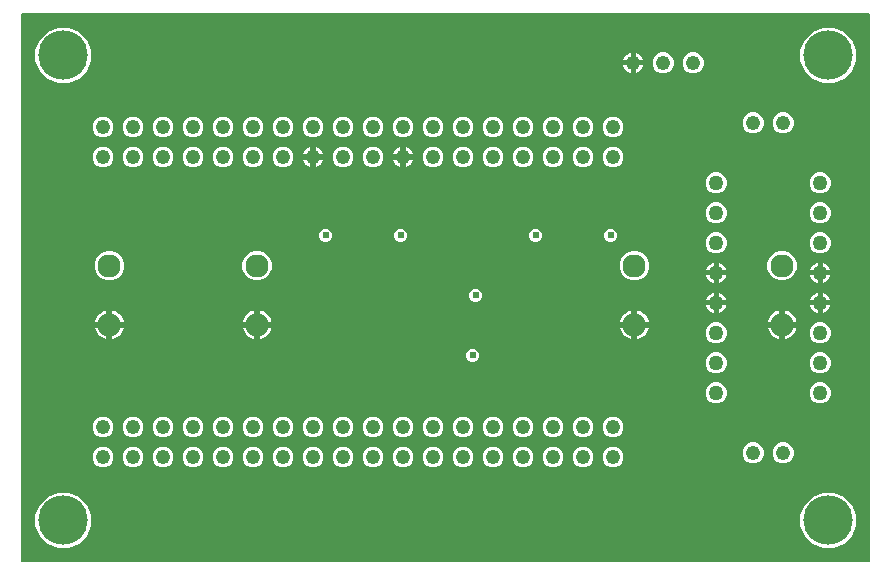
<source format=gbr>
G04 EAGLE Gerber RS-274X export*
G75*
%MOMM*%
%FSLAX34Y34*%
%LPD*%
%INCopper Layer 2*%
%IPPOS*%
%AMOC8*
5,1,8,0,0,1.08239X$1,22.5*%
G01*
%ADD10C,1.244600*%
%ADD11C,1.960000*%
%ADD12C,4.191000*%
%ADD13C,1.260000*%
%ADD14C,0.609600*%

G36*
X720208Y2556D02*
X720208Y2556D01*
X720327Y2563D01*
X720365Y2576D01*
X720406Y2581D01*
X720516Y2624D01*
X720629Y2661D01*
X720664Y2683D01*
X720701Y2698D01*
X720797Y2767D01*
X720898Y2831D01*
X720926Y2861D01*
X720959Y2884D01*
X721035Y2976D01*
X721116Y3063D01*
X721136Y3098D01*
X721161Y3129D01*
X721212Y3237D01*
X721270Y3341D01*
X721280Y3381D01*
X721297Y3417D01*
X721319Y3534D01*
X721349Y3649D01*
X721353Y3709D01*
X721357Y3729D01*
X721355Y3750D01*
X721359Y3810D01*
X721359Y466090D01*
X721344Y466208D01*
X721337Y466327D01*
X721324Y466365D01*
X721319Y466406D01*
X721276Y466516D01*
X721239Y466629D01*
X721217Y466664D01*
X721202Y466701D01*
X721133Y466797D01*
X721069Y466898D01*
X721039Y466926D01*
X721016Y466959D01*
X720924Y467035D01*
X720837Y467116D01*
X720802Y467136D01*
X720771Y467161D01*
X720663Y467212D01*
X720559Y467270D01*
X720519Y467280D01*
X720483Y467297D01*
X720366Y467319D01*
X720251Y467349D01*
X720191Y467353D01*
X720171Y467357D01*
X720150Y467355D01*
X720090Y467359D01*
X3810Y467359D01*
X3692Y467344D01*
X3573Y467337D01*
X3535Y467324D01*
X3494Y467319D01*
X3384Y467276D01*
X3271Y467239D01*
X3236Y467217D01*
X3199Y467202D01*
X3103Y467133D01*
X3002Y467069D01*
X2974Y467039D01*
X2941Y467016D01*
X2865Y466924D01*
X2784Y466837D01*
X2764Y466802D01*
X2739Y466771D01*
X2688Y466663D01*
X2630Y466559D01*
X2620Y466519D01*
X2603Y466483D01*
X2581Y466366D01*
X2551Y466251D01*
X2547Y466191D01*
X2543Y466171D01*
X2545Y466150D01*
X2541Y466090D01*
X2541Y3810D01*
X2556Y3692D01*
X2563Y3573D01*
X2576Y3535D01*
X2581Y3494D01*
X2624Y3384D01*
X2661Y3271D01*
X2683Y3236D01*
X2698Y3199D01*
X2767Y3103D01*
X2831Y3002D01*
X2861Y2974D01*
X2884Y2941D01*
X2976Y2865D01*
X3063Y2784D01*
X3098Y2764D01*
X3129Y2739D01*
X3237Y2688D01*
X3341Y2630D01*
X3381Y2620D01*
X3417Y2603D01*
X3534Y2581D01*
X3649Y2551D01*
X3709Y2547D01*
X3729Y2543D01*
X3750Y2545D01*
X3810Y2541D01*
X720090Y2541D01*
X720208Y2556D01*
G37*
%LPC*%
G36*
X681126Y408304D02*
X681126Y408304D01*
X672491Y411881D01*
X665881Y418491D01*
X662304Y427126D01*
X662304Y436474D01*
X665881Y445109D01*
X672491Y451719D01*
X681126Y455296D01*
X690474Y455296D01*
X699109Y451719D01*
X705719Y445109D01*
X709296Y436474D01*
X709296Y427126D01*
X705719Y418491D01*
X699109Y411881D01*
X690474Y408304D01*
X681126Y408304D01*
G37*
%LPD*%
%LPC*%
G36*
X33426Y408304D02*
X33426Y408304D01*
X24791Y411881D01*
X18181Y418491D01*
X14604Y427126D01*
X14604Y436474D01*
X18181Y445109D01*
X24791Y451719D01*
X33426Y455296D01*
X42774Y455296D01*
X51409Y451719D01*
X58019Y445109D01*
X61596Y436474D01*
X61596Y427126D01*
X58019Y418491D01*
X51409Y411881D01*
X42774Y408304D01*
X33426Y408304D01*
G37*
%LPD*%
%LPC*%
G36*
X33426Y14604D02*
X33426Y14604D01*
X24791Y18181D01*
X18181Y24791D01*
X14604Y33426D01*
X14604Y42774D01*
X18181Y51409D01*
X24791Y58019D01*
X33426Y61596D01*
X42774Y61596D01*
X51409Y58019D01*
X58019Y51409D01*
X61596Y42774D01*
X61596Y33426D01*
X58019Y24791D01*
X51409Y18181D01*
X42774Y14604D01*
X33426Y14604D01*
G37*
%LPD*%
%LPC*%
G36*
X681126Y14604D02*
X681126Y14604D01*
X672491Y18181D01*
X665881Y24791D01*
X662304Y33426D01*
X662304Y42774D01*
X665881Y51409D01*
X672491Y58019D01*
X681126Y61596D01*
X690474Y61596D01*
X699109Y58019D01*
X705719Y51409D01*
X709296Y42774D01*
X709296Y33426D01*
X705719Y24791D01*
X699109Y18181D01*
X690474Y14604D01*
X681126Y14604D01*
G37*
%LPD*%
%LPC*%
G36*
X74745Y241259D02*
X74745Y241259D01*
X70210Y243138D01*
X66738Y246610D01*
X64859Y251145D01*
X64859Y256055D01*
X66738Y260590D01*
X70210Y264062D01*
X74745Y265941D01*
X79655Y265941D01*
X84190Y264062D01*
X87662Y260590D01*
X89541Y256055D01*
X89541Y251145D01*
X87662Y246610D01*
X84190Y243138D01*
X79655Y241259D01*
X74745Y241259D01*
G37*
%LPD*%
%LPC*%
G36*
X199745Y241259D02*
X199745Y241259D01*
X195210Y243138D01*
X191738Y246610D01*
X189859Y251145D01*
X189859Y256055D01*
X191738Y260590D01*
X195210Y264062D01*
X199745Y265941D01*
X204655Y265941D01*
X209190Y264062D01*
X212662Y260590D01*
X214541Y256055D01*
X214541Y251145D01*
X212662Y246610D01*
X209190Y243138D01*
X204655Y241259D01*
X199745Y241259D01*
G37*
%LPD*%
%LPC*%
G36*
X519245Y241259D02*
X519245Y241259D01*
X514710Y243138D01*
X511238Y246610D01*
X509359Y251145D01*
X509359Y256055D01*
X511238Y260590D01*
X514710Y264062D01*
X519245Y265941D01*
X524155Y265941D01*
X528690Y264062D01*
X532162Y260590D01*
X534041Y256055D01*
X534041Y251145D01*
X532162Y246610D01*
X528690Y243138D01*
X524155Y241259D01*
X519245Y241259D01*
G37*
%LPD*%
%LPC*%
G36*
X644245Y241259D02*
X644245Y241259D01*
X639710Y243138D01*
X636238Y246610D01*
X634359Y251145D01*
X634359Y256055D01*
X636238Y260590D01*
X639710Y264062D01*
X644245Y265941D01*
X649155Y265941D01*
X653690Y264062D01*
X657162Y260590D01*
X659041Y256055D01*
X659041Y251145D01*
X657162Y246610D01*
X653690Y243138D01*
X649155Y241259D01*
X644245Y241259D01*
G37*
%LPD*%
%LPC*%
G36*
X677241Y162609D02*
X677241Y162609D01*
X673992Y163955D01*
X671505Y166442D01*
X670159Y169691D01*
X670159Y173209D01*
X671505Y176458D01*
X673992Y178945D01*
X677241Y180291D01*
X680759Y180291D01*
X684008Y178945D01*
X686495Y176458D01*
X687841Y173209D01*
X687841Y169691D01*
X686495Y166442D01*
X684008Y163955D01*
X680759Y162609D01*
X677241Y162609D01*
G37*
%LPD*%
%LPC*%
G36*
X677241Y315009D02*
X677241Y315009D01*
X673992Y316355D01*
X671505Y318842D01*
X670159Y322091D01*
X670159Y325609D01*
X671505Y328858D01*
X673992Y331345D01*
X677241Y332691D01*
X680759Y332691D01*
X684008Y331345D01*
X686495Y328858D01*
X687841Y325609D01*
X687841Y322091D01*
X686495Y318842D01*
X684008Y316355D01*
X680759Y315009D01*
X677241Y315009D01*
G37*
%LPD*%
%LPC*%
G36*
X589241Y162609D02*
X589241Y162609D01*
X585992Y163955D01*
X583505Y166442D01*
X582159Y169691D01*
X582159Y173209D01*
X583505Y176458D01*
X585992Y178945D01*
X589241Y180291D01*
X592759Y180291D01*
X596008Y178945D01*
X598495Y176458D01*
X599841Y173209D01*
X599841Y169691D01*
X598495Y166442D01*
X596008Y163955D01*
X592759Y162609D01*
X589241Y162609D01*
G37*
%LPD*%
%LPC*%
G36*
X677241Y137209D02*
X677241Y137209D01*
X673992Y138555D01*
X671505Y141042D01*
X670159Y144291D01*
X670159Y147809D01*
X671505Y151058D01*
X673992Y153545D01*
X677241Y154891D01*
X680759Y154891D01*
X684008Y153545D01*
X686495Y151058D01*
X687841Y147809D01*
X687841Y144291D01*
X686495Y141042D01*
X684008Y138555D01*
X680759Y137209D01*
X677241Y137209D01*
G37*
%LPD*%
%LPC*%
G36*
X589241Y188009D02*
X589241Y188009D01*
X585992Y189355D01*
X583505Y191842D01*
X582159Y195091D01*
X582159Y198609D01*
X583505Y201858D01*
X585992Y204345D01*
X589241Y205691D01*
X592759Y205691D01*
X596008Y204345D01*
X598495Y201858D01*
X599841Y198609D01*
X599841Y195091D01*
X598495Y191842D01*
X596008Y189355D01*
X592759Y188009D01*
X589241Y188009D01*
G37*
%LPD*%
%LPC*%
G36*
X677241Y188009D02*
X677241Y188009D01*
X673992Y189355D01*
X671505Y191842D01*
X670159Y195091D01*
X670159Y198609D01*
X671505Y201858D01*
X673992Y204345D01*
X677241Y205691D01*
X680759Y205691D01*
X684008Y204345D01*
X686495Y201858D01*
X687841Y198609D01*
X687841Y195091D01*
X686495Y191842D01*
X684008Y189355D01*
X680759Y188009D01*
X677241Y188009D01*
G37*
%LPD*%
%LPC*%
G36*
X589241Y137209D02*
X589241Y137209D01*
X585992Y138555D01*
X583505Y141042D01*
X582159Y144291D01*
X582159Y147809D01*
X583505Y151058D01*
X585992Y153545D01*
X589241Y154891D01*
X592759Y154891D01*
X596008Y153545D01*
X598495Y151058D01*
X599841Y147809D01*
X599841Y144291D01*
X598495Y141042D01*
X596008Y138555D01*
X592759Y137209D01*
X589241Y137209D01*
G37*
%LPD*%
%LPC*%
G36*
X589241Y264209D02*
X589241Y264209D01*
X585992Y265555D01*
X583505Y268042D01*
X582159Y271291D01*
X582159Y274809D01*
X583505Y278058D01*
X585992Y280545D01*
X589241Y281891D01*
X592759Y281891D01*
X596008Y280545D01*
X598495Y278058D01*
X599841Y274809D01*
X599841Y271291D01*
X598495Y268042D01*
X596008Y265555D01*
X592759Y264209D01*
X589241Y264209D01*
G37*
%LPD*%
%LPC*%
G36*
X677241Y264209D02*
X677241Y264209D01*
X673992Y265555D01*
X671505Y268042D01*
X670159Y271291D01*
X670159Y274809D01*
X671505Y278058D01*
X673992Y280545D01*
X677241Y281891D01*
X680759Y281891D01*
X684008Y280545D01*
X686495Y278058D01*
X687841Y274809D01*
X687841Y271291D01*
X686495Y268042D01*
X684008Y265555D01*
X680759Y264209D01*
X677241Y264209D01*
G37*
%LPD*%
%LPC*%
G36*
X589241Y289609D02*
X589241Y289609D01*
X585992Y290955D01*
X583505Y293442D01*
X582159Y296691D01*
X582159Y300209D01*
X583505Y303458D01*
X585992Y305945D01*
X589241Y307291D01*
X592759Y307291D01*
X596008Y305945D01*
X598495Y303458D01*
X599841Y300209D01*
X599841Y296691D01*
X598495Y293442D01*
X596008Y290955D01*
X592759Y289609D01*
X589241Y289609D01*
G37*
%LPD*%
%LPC*%
G36*
X677241Y289609D02*
X677241Y289609D01*
X673992Y290955D01*
X671505Y293442D01*
X670159Y296691D01*
X670159Y300209D01*
X671505Y303458D01*
X673992Y305945D01*
X677241Y307291D01*
X680759Y307291D01*
X684008Y305945D01*
X686495Y303458D01*
X687841Y300209D01*
X687841Y296691D01*
X686495Y293442D01*
X684008Y290955D01*
X680759Y289609D01*
X677241Y289609D01*
G37*
%LPD*%
%LPC*%
G36*
X589241Y315009D02*
X589241Y315009D01*
X585992Y316355D01*
X583505Y318842D01*
X582159Y322091D01*
X582159Y325609D01*
X583505Y328858D01*
X585992Y331345D01*
X589241Y332691D01*
X592759Y332691D01*
X596008Y331345D01*
X598495Y328858D01*
X599841Y325609D01*
X599841Y322091D01*
X598495Y318842D01*
X596008Y316355D01*
X592759Y315009D01*
X589241Y315009D01*
G37*
%LPD*%
%LPC*%
G36*
X298657Y362336D02*
X298657Y362336D01*
X295436Y363670D01*
X292970Y366136D01*
X291636Y369357D01*
X291636Y372843D01*
X292970Y376064D01*
X295436Y378530D01*
X298657Y379864D01*
X302143Y379864D01*
X305364Y378530D01*
X307830Y376064D01*
X309164Y372843D01*
X309164Y369357D01*
X307830Y366136D01*
X305364Y363670D01*
X302143Y362336D01*
X298657Y362336D01*
G37*
%LPD*%
%LPC*%
G36*
X273257Y362336D02*
X273257Y362336D01*
X270036Y363670D01*
X267570Y366136D01*
X266236Y369357D01*
X266236Y372843D01*
X267570Y376064D01*
X270036Y378530D01*
X273257Y379864D01*
X276743Y379864D01*
X279964Y378530D01*
X282430Y376064D01*
X283764Y372843D01*
X283764Y369357D01*
X282430Y366136D01*
X279964Y363670D01*
X276743Y362336D01*
X273257Y362336D01*
G37*
%LPD*%
%LPC*%
G36*
X247857Y362336D02*
X247857Y362336D01*
X244636Y363670D01*
X242170Y366136D01*
X240836Y369357D01*
X240836Y372843D01*
X242170Y376064D01*
X244636Y378530D01*
X247857Y379864D01*
X251343Y379864D01*
X254564Y378530D01*
X257030Y376064D01*
X258364Y372843D01*
X258364Y369357D01*
X257030Y366136D01*
X254564Y363670D01*
X251343Y362336D01*
X247857Y362336D01*
G37*
%LPD*%
%LPC*%
G36*
X222457Y362336D02*
X222457Y362336D01*
X219236Y363670D01*
X216770Y366136D01*
X215436Y369357D01*
X215436Y372843D01*
X216770Y376064D01*
X219236Y378530D01*
X222457Y379864D01*
X225943Y379864D01*
X229164Y378530D01*
X231630Y376064D01*
X232964Y372843D01*
X232964Y369357D01*
X231630Y366136D01*
X229164Y363670D01*
X225943Y362336D01*
X222457Y362336D01*
G37*
%LPD*%
%LPC*%
G36*
X197057Y362336D02*
X197057Y362336D01*
X193836Y363670D01*
X191370Y366136D01*
X190036Y369357D01*
X190036Y372843D01*
X191370Y376064D01*
X193836Y378530D01*
X197057Y379864D01*
X200543Y379864D01*
X203764Y378530D01*
X206230Y376064D01*
X207564Y372843D01*
X207564Y369357D01*
X206230Y366136D01*
X203764Y363670D01*
X200543Y362336D01*
X197057Y362336D01*
G37*
%LPD*%
%LPC*%
G36*
X171657Y362336D02*
X171657Y362336D01*
X168436Y363670D01*
X165970Y366136D01*
X164636Y369357D01*
X164636Y372843D01*
X165970Y376064D01*
X168436Y378530D01*
X171657Y379864D01*
X175143Y379864D01*
X178364Y378530D01*
X180830Y376064D01*
X182164Y372843D01*
X182164Y369357D01*
X180830Y366136D01*
X178364Y363670D01*
X175143Y362336D01*
X171657Y362336D01*
G37*
%LPD*%
%LPC*%
G36*
X146257Y362336D02*
X146257Y362336D01*
X143036Y363670D01*
X140570Y366136D01*
X139236Y369357D01*
X139236Y372843D01*
X140570Y376064D01*
X143036Y378530D01*
X146257Y379864D01*
X149743Y379864D01*
X152964Y378530D01*
X155430Y376064D01*
X156764Y372843D01*
X156764Y369357D01*
X155430Y366136D01*
X152964Y363670D01*
X149743Y362336D01*
X146257Y362336D01*
G37*
%LPD*%
%LPC*%
G36*
X120857Y362336D02*
X120857Y362336D01*
X117636Y363670D01*
X115170Y366136D01*
X113836Y369357D01*
X113836Y372843D01*
X115170Y376064D01*
X117636Y378530D01*
X120857Y379864D01*
X124343Y379864D01*
X127564Y378530D01*
X130030Y376064D01*
X131364Y372843D01*
X131364Y369357D01*
X130030Y366136D01*
X127564Y363670D01*
X124343Y362336D01*
X120857Y362336D01*
G37*
%LPD*%
%LPC*%
G36*
X400257Y336936D02*
X400257Y336936D01*
X397036Y338270D01*
X394570Y340736D01*
X393236Y343957D01*
X393236Y347443D01*
X394570Y350664D01*
X397036Y353130D01*
X400257Y354464D01*
X403743Y354464D01*
X406964Y353130D01*
X409430Y350664D01*
X410764Y347443D01*
X410764Y343957D01*
X409430Y340736D01*
X406964Y338270D01*
X403743Y336936D01*
X400257Y336936D01*
G37*
%LPD*%
%LPC*%
G36*
X374857Y336936D02*
X374857Y336936D01*
X371636Y338270D01*
X369170Y340736D01*
X367836Y343957D01*
X367836Y347443D01*
X369170Y350664D01*
X371636Y353130D01*
X374857Y354464D01*
X378343Y354464D01*
X381564Y353130D01*
X384030Y350664D01*
X385364Y347443D01*
X385364Y343957D01*
X384030Y340736D01*
X381564Y338270D01*
X378343Y336936D01*
X374857Y336936D01*
G37*
%LPD*%
%LPC*%
G36*
X501857Y336936D02*
X501857Y336936D01*
X498636Y338270D01*
X496170Y340736D01*
X494836Y343957D01*
X494836Y347443D01*
X496170Y350664D01*
X498636Y353130D01*
X501857Y354464D01*
X505343Y354464D01*
X508564Y353130D01*
X511030Y350664D01*
X512364Y347443D01*
X512364Y343957D01*
X511030Y340736D01*
X508564Y338270D01*
X505343Y336936D01*
X501857Y336936D01*
G37*
%LPD*%
%LPC*%
G36*
X476457Y336936D02*
X476457Y336936D01*
X473236Y338270D01*
X470770Y340736D01*
X469436Y343957D01*
X469436Y347443D01*
X470770Y350664D01*
X473236Y353130D01*
X476457Y354464D01*
X479943Y354464D01*
X483164Y353130D01*
X485630Y350664D01*
X486964Y347443D01*
X486964Y343957D01*
X485630Y340736D01*
X483164Y338270D01*
X479943Y336936D01*
X476457Y336936D01*
G37*
%LPD*%
%LPC*%
G36*
X451057Y336936D02*
X451057Y336936D01*
X447836Y338270D01*
X445370Y340736D01*
X444036Y343957D01*
X444036Y347443D01*
X445370Y350664D01*
X447836Y353130D01*
X451057Y354464D01*
X454543Y354464D01*
X457764Y353130D01*
X460230Y350664D01*
X461564Y347443D01*
X461564Y343957D01*
X460230Y340736D01*
X457764Y338270D01*
X454543Y336936D01*
X451057Y336936D01*
G37*
%LPD*%
%LPC*%
G36*
X425657Y336936D02*
X425657Y336936D01*
X422436Y338270D01*
X419970Y340736D01*
X418636Y343957D01*
X418636Y347443D01*
X419970Y350664D01*
X422436Y353130D01*
X425657Y354464D01*
X429143Y354464D01*
X432364Y353130D01*
X434830Y350664D01*
X436164Y347443D01*
X436164Y343957D01*
X434830Y340736D01*
X432364Y338270D01*
X429143Y336936D01*
X425657Y336936D01*
G37*
%LPD*%
%LPC*%
G36*
X349457Y336936D02*
X349457Y336936D01*
X346236Y338270D01*
X343770Y340736D01*
X342436Y343957D01*
X342436Y347443D01*
X343770Y350664D01*
X346236Y353130D01*
X349457Y354464D01*
X352943Y354464D01*
X356164Y353130D01*
X358630Y350664D01*
X359964Y347443D01*
X359964Y343957D01*
X358630Y340736D01*
X356164Y338270D01*
X352943Y336936D01*
X349457Y336936D01*
G37*
%LPD*%
%LPC*%
G36*
X298657Y336936D02*
X298657Y336936D01*
X295436Y338270D01*
X292970Y340736D01*
X291636Y343957D01*
X291636Y347443D01*
X292970Y350664D01*
X295436Y353130D01*
X298657Y354464D01*
X302143Y354464D01*
X305364Y353130D01*
X307830Y350664D01*
X309164Y347443D01*
X309164Y343957D01*
X307830Y340736D01*
X305364Y338270D01*
X302143Y336936D01*
X298657Y336936D01*
G37*
%LPD*%
%LPC*%
G36*
X273257Y336936D02*
X273257Y336936D01*
X270036Y338270D01*
X267570Y340736D01*
X266236Y343957D01*
X266236Y347443D01*
X267570Y350664D01*
X270036Y353130D01*
X273257Y354464D01*
X276743Y354464D01*
X279964Y353130D01*
X282430Y350664D01*
X283764Y347443D01*
X283764Y343957D01*
X282430Y340736D01*
X279964Y338270D01*
X276743Y336936D01*
X273257Y336936D01*
G37*
%LPD*%
%LPC*%
G36*
X222457Y336936D02*
X222457Y336936D01*
X219236Y338270D01*
X216770Y340736D01*
X215436Y343957D01*
X215436Y347443D01*
X216770Y350664D01*
X219236Y353130D01*
X222457Y354464D01*
X225943Y354464D01*
X229164Y353130D01*
X231630Y350664D01*
X232964Y347443D01*
X232964Y343957D01*
X231630Y340736D01*
X229164Y338270D01*
X225943Y336936D01*
X222457Y336936D01*
G37*
%LPD*%
%LPC*%
G36*
X197057Y336936D02*
X197057Y336936D01*
X193836Y338270D01*
X191370Y340736D01*
X190036Y343957D01*
X190036Y347443D01*
X191370Y350664D01*
X193836Y353130D01*
X197057Y354464D01*
X200543Y354464D01*
X203764Y353130D01*
X206230Y350664D01*
X207564Y347443D01*
X207564Y343957D01*
X206230Y340736D01*
X203764Y338270D01*
X200543Y336936D01*
X197057Y336936D01*
G37*
%LPD*%
%LPC*%
G36*
X171657Y336936D02*
X171657Y336936D01*
X168436Y338270D01*
X165970Y340736D01*
X164636Y343957D01*
X164636Y347443D01*
X165970Y350664D01*
X168436Y353130D01*
X171657Y354464D01*
X175143Y354464D01*
X178364Y353130D01*
X180830Y350664D01*
X182164Y347443D01*
X182164Y343957D01*
X180830Y340736D01*
X178364Y338270D01*
X175143Y336936D01*
X171657Y336936D01*
G37*
%LPD*%
%LPC*%
G36*
X146257Y336936D02*
X146257Y336936D01*
X143036Y338270D01*
X140570Y340736D01*
X139236Y343957D01*
X139236Y347443D01*
X140570Y350664D01*
X143036Y353130D01*
X146257Y354464D01*
X149743Y354464D01*
X152964Y353130D01*
X155430Y350664D01*
X156764Y347443D01*
X156764Y343957D01*
X155430Y340736D01*
X152964Y338270D01*
X149743Y336936D01*
X146257Y336936D01*
G37*
%LPD*%
%LPC*%
G36*
X120857Y336936D02*
X120857Y336936D01*
X117636Y338270D01*
X115170Y340736D01*
X113836Y343957D01*
X113836Y347443D01*
X115170Y350664D01*
X117636Y353130D01*
X120857Y354464D01*
X124343Y354464D01*
X127564Y353130D01*
X130030Y350664D01*
X131364Y347443D01*
X131364Y343957D01*
X130030Y340736D01*
X127564Y338270D01*
X124343Y336936D01*
X120857Y336936D01*
G37*
%LPD*%
%LPC*%
G36*
X95457Y336936D02*
X95457Y336936D01*
X92236Y338270D01*
X89770Y340736D01*
X88436Y343957D01*
X88436Y347443D01*
X89770Y350664D01*
X92236Y353130D01*
X95457Y354464D01*
X98943Y354464D01*
X102164Y353130D01*
X104630Y350664D01*
X105964Y347443D01*
X105964Y343957D01*
X104630Y340736D01*
X102164Y338270D01*
X98943Y336936D01*
X95457Y336936D01*
G37*
%LPD*%
%LPC*%
G36*
X70057Y336936D02*
X70057Y336936D01*
X66836Y338270D01*
X64370Y340736D01*
X63036Y343957D01*
X63036Y347443D01*
X64370Y350664D01*
X66836Y353130D01*
X70057Y354464D01*
X73543Y354464D01*
X76764Y353130D01*
X79230Y350664D01*
X80564Y347443D01*
X80564Y343957D01*
X79230Y340736D01*
X76764Y338270D01*
X73543Y336936D01*
X70057Y336936D01*
G37*
%LPD*%
%LPC*%
G36*
X197057Y82936D02*
X197057Y82936D01*
X193836Y84270D01*
X191370Y86736D01*
X190036Y89957D01*
X190036Y93443D01*
X191370Y96664D01*
X193836Y99130D01*
X197057Y100464D01*
X200543Y100464D01*
X203764Y99130D01*
X206230Y96664D01*
X207564Y93443D01*
X207564Y89957D01*
X206230Y86736D01*
X203764Y84270D01*
X200543Y82936D01*
X197057Y82936D01*
G37*
%LPD*%
%LPC*%
G36*
X222457Y82936D02*
X222457Y82936D01*
X219236Y84270D01*
X216770Y86736D01*
X215436Y89957D01*
X215436Y93443D01*
X216770Y96664D01*
X219236Y99130D01*
X222457Y100464D01*
X225943Y100464D01*
X229164Y99130D01*
X231630Y96664D01*
X232964Y93443D01*
X232964Y89957D01*
X231630Y86736D01*
X229164Y84270D01*
X225943Y82936D01*
X222457Y82936D01*
G37*
%LPD*%
%LPC*%
G36*
X247857Y82936D02*
X247857Y82936D01*
X244636Y84270D01*
X242170Y86736D01*
X240836Y89957D01*
X240836Y93443D01*
X242170Y96664D01*
X244636Y99130D01*
X247857Y100464D01*
X251343Y100464D01*
X254564Y99130D01*
X257030Y96664D01*
X258364Y93443D01*
X258364Y89957D01*
X257030Y86736D01*
X254564Y84270D01*
X251343Y82936D01*
X247857Y82936D01*
G37*
%LPD*%
%LPC*%
G36*
X273257Y82936D02*
X273257Y82936D01*
X270036Y84270D01*
X267570Y86736D01*
X266236Y89957D01*
X266236Y93443D01*
X267570Y96664D01*
X270036Y99130D01*
X273257Y100464D01*
X276743Y100464D01*
X279964Y99130D01*
X282430Y96664D01*
X283764Y93443D01*
X283764Y89957D01*
X282430Y86736D01*
X279964Y84270D01*
X276743Y82936D01*
X273257Y82936D01*
G37*
%LPD*%
%LPC*%
G36*
X645957Y365886D02*
X645957Y365886D01*
X642736Y367220D01*
X640270Y369686D01*
X638936Y372907D01*
X638936Y376393D01*
X640270Y379614D01*
X642736Y382080D01*
X645957Y383414D01*
X649443Y383414D01*
X652664Y382080D01*
X655130Y379614D01*
X656464Y376393D01*
X656464Y372907D01*
X655130Y369686D01*
X652664Y367220D01*
X649443Y365886D01*
X645957Y365886D01*
G37*
%LPD*%
%LPC*%
G36*
X324057Y82936D02*
X324057Y82936D01*
X320836Y84270D01*
X318370Y86736D01*
X317036Y89957D01*
X317036Y93443D01*
X318370Y96664D01*
X320836Y99130D01*
X324057Y100464D01*
X327543Y100464D01*
X330764Y99130D01*
X333230Y96664D01*
X334564Y93443D01*
X334564Y89957D01*
X333230Y86736D01*
X330764Y84270D01*
X327543Y82936D01*
X324057Y82936D01*
G37*
%LPD*%
%LPC*%
G36*
X349457Y82936D02*
X349457Y82936D01*
X346236Y84270D01*
X343770Y86736D01*
X342436Y89957D01*
X342436Y93443D01*
X343770Y96664D01*
X346236Y99130D01*
X349457Y100464D01*
X352943Y100464D01*
X356164Y99130D01*
X358630Y96664D01*
X359964Y93443D01*
X359964Y89957D01*
X358630Y86736D01*
X356164Y84270D01*
X352943Y82936D01*
X349457Y82936D01*
G37*
%LPD*%
%LPC*%
G36*
X374857Y82936D02*
X374857Y82936D01*
X371636Y84270D01*
X369170Y86736D01*
X367836Y89957D01*
X367836Y93443D01*
X369170Y96664D01*
X371636Y99130D01*
X374857Y100464D01*
X378343Y100464D01*
X381564Y99130D01*
X384030Y96664D01*
X385364Y93443D01*
X385364Y89957D01*
X384030Y86736D01*
X381564Y84270D01*
X378343Y82936D01*
X374857Y82936D01*
G37*
%LPD*%
%LPC*%
G36*
X620557Y365886D02*
X620557Y365886D01*
X617336Y367220D01*
X614870Y369686D01*
X613536Y372907D01*
X613536Y376393D01*
X614870Y379614D01*
X617336Y382080D01*
X620557Y383414D01*
X624043Y383414D01*
X627264Y382080D01*
X629730Y379614D01*
X631064Y376393D01*
X631064Y372907D01*
X629730Y369686D01*
X627264Y367220D01*
X624043Y365886D01*
X620557Y365886D01*
G37*
%LPD*%
%LPC*%
G36*
X324057Y362336D02*
X324057Y362336D01*
X320836Y363670D01*
X318370Y366136D01*
X317036Y369357D01*
X317036Y372843D01*
X318370Y376064D01*
X320836Y378530D01*
X324057Y379864D01*
X327543Y379864D01*
X330764Y378530D01*
X333230Y376064D01*
X334564Y372843D01*
X334564Y369357D01*
X333230Y366136D01*
X330764Y363670D01*
X327543Y362336D01*
X324057Y362336D01*
G37*
%LPD*%
%LPC*%
G36*
X349457Y362336D02*
X349457Y362336D01*
X346236Y363670D01*
X343770Y366136D01*
X342436Y369357D01*
X342436Y372843D01*
X343770Y376064D01*
X346236Y378530D01*
X349457Y379864D01*
X352943Y379864D01*
X356164Y378530D01*
X358630Y376064D01*
X359964Y372843D01*
X359964Y369357D01*
X358630Y366136D01*
X356164Y363670D01*
X352943Y362336D01*
X349457Y362336D01*
G37*
%LPD*%
%LPC*%
G36*
X374857Y362336D02*
X374857Y362336D01*
X371636Y363670D01*
X369170Y366136D01*
X367836Y369357D01*
X367836Y372843D01*
X369170Y376064D01*
X371636Y378530D01*
X374857Y379864D01*
X378343Y379864D01*
X381564Y378530D01*
X384030Y376064D01*
X385364Y372843D01*
X385364Y369357D01*
X384030Y366136D01*
X381564Y363670D01*
X378343Y362336D01*
X374857Y362336D01*
G37*
%LPD*%
%LPC*%
G36*
X400257Y82936D02*
X400257Y82936D01*
X397036Y84270D01*
X394570Y86736D01*
X393236Y89957D01*
X393236Y93443D01*
X394570Y96664D01*
X397036Y99130D01*
X400257Y100464D01*
X403743Y100464D01*
X406964Y99130D01*
X409430Y96664D01*
X410764Y93443D01*
X410764Y89957D01*
X409430Y86736D01*
X406964Y84270D01*
X403743Y82936D01*
X400257Y82936D01*
G37*
%LPD*%
%LPC*%
G36*
X425657Y82936D02*
X425657Y82936D01*
X422436Y84270D01*
X419970Y86736D01*
X418636Y89957D01*
X418636Y93443D01*
X419970Y96664D01*
X422436Y99130D01*
X425657Y100464D01*
X429143Y100464D01*
X432364Y99130D01*
X434830Y96664D01*
X436164Y93443D01*
X436164Y89957D01*
X434830Y86736D01*
X432364Y84270D01*
X429143Y82936D01*
X425657Y82936D01*
G37*
%LPD*%
%LPC*%
G36*
X451057Y82936D02*
X451057Y82936D01*
X447836Y84270D01*
X445370Y86736D01*
X444036Y89957D01*
X444036Y93443D01*
X445370Y96664D01*
X447836Y99130D01*
X451057Y100464D01*
X454543Y100464D01*
X457764Y99130D01*
X460230Y96664D01*
X461564Y93443D01*
X461564Y89957D01*
X460230Y86736D01*
X457764Y84270D01*
X454543Y82936D01*
X451057Y82936D01*
G37*
%LPD*%
%LPC*%
G36*
X476457Y82936D02*
X476457Y82936D01*
X473236Y84270D01*
X470770Y86736D01*
X469436Y89957D01*
X469436Y93443D01*
X470770Y96664D01*
X473236Y99130D01*
X476457Y100464D01*
X479943Y100464D01*
X483164Y99130D01*
X485630Y96664D01*
X486964Y93443D01*
X486964Y89957D01*
X485630Y86736D01*
X483164Y84270D01*
X479943Y82936D01*
X476457Y82936D01*
G37*
%LPD*%
%LPC*%
G36*
X400257Y362336D02*
X400257Y362336D01*
X397036Y363670D01*
X394570Y366136D01*
X393236Y369357D01*
X393236Y372843D01*
X394570Y376064D01*
X397036Y378530D01*
X400257Y379864D01*
X403743Y379864D01*
X406964Y378530D01*
X409430Y376064D01*
X410764Y372843D01*
X410764Y369357D01*
X409430Y366136D01*
X406964Y363670D01*
X403743Y362336D01*
X400257Y362336D01*
G37*
%LPD*%
%LPC*%
G36*
X425657Y362336D02*
X425657Y362336D01*
X422436Y363670D01*
X419970Y366136D01*
X418636Y369357D01*
X418636Y372843D01*
X419970Y376064D01*
X422436Y378530D01*
X425657Y379864D01*
X429143Y379864D01*
X432364Y378530D01*
X434830Y376064D01*
X436164Y372843D01*
X436164Y369357D01*
X434830Y366136D01*
X432364Y363670D01*
X429143Y362336D01*
X425657Y362336D01*
G37*
%LPD*%
%LPC*%
G36*
X171657Y82936D02*
X171657Y82936D01*
X168436Y84270D01*
X165970Y86736D01*
X164636Y89957D01*
X164636Y93443D01*
X165970Y96664D01*
X168436Y99130D01*
X171657Y100464D01*
X175143Y100464D01*
X178364Y99130D01*
X180830Y96664D01*
X182164Y93443D01*
X182164Y89957D01*
X180830Y86736D01*
X178364Y84270D01*
X175143Y82936D01*
X171657Y82936D01*
G37*
%LPD*%
%LPC*%
G36*
X146257Y82936D02*
X146257Y82936D01*
X143036Y84270D01*
X140570Y86736D01*
X139236Y89957D01*
X139236Y93443D01*
X140570Y96664D01*
X143036Y99130D01*
X146257Y100464D01*
X149743Y100464D01*
X152964Y99130D01*
X155430Y96664D01*
X156764Y93443D01*
X156764Y89957D01*
X155430Y86736D01*
X152964Y84270D01*
X149743Y82936D01*
X146257Y82936D01*
G37*
%LPD*%
%LPC*%
G36*
X120857Y82936D02*
X120857Y82936D01*
X117636Y84270D01*
X115170Y86736D01*
X113836Y89957D01*
X113836Y93443D01*
X115170Y96664D01*
X117636Y99130D01*
X120857Y100464D01*
X124343Y100464D01*
X127564Y99130D01*
X130030Y96664D01*
X131364Y93443D01*
X131364Y89957D01*
X130030Y86736D01*
X127564Y84270D01*
X124343Y82936D01*
X120857Y82936D01*
G37*
%LPD*%
%LPC*%
G36*
X544357Y416686D02*
X544357Y416686D01*
X541136Y418020D01*
X538670Y420486D01*
X537336Y423707D01*
X537336Y427193D01*
X538670Y430414D01*
X541136Y432880D01*
X544357Y434214D01*
X547843Y434214D01*
X551064Y432880D01*
X553530Y430414D01*
X554864Y427193D01*
X554864Y423707D01*
X553530Y420486D01*
X551064Y418020D01*
X547843Y416686D01*
X544357Y416686D01*
G37*
%LPD*%
%LPC*%
G36*
X70057Y82936D02*
X70057Y82936D01*
X66836Y84270D01*
X64370Y86736D01*
X63036Y89957D01*
X63036Y93443D01*
X64370Y96664D01*
X66836Y99130D01*
X70057Y100464D01*
X73543Y100464D01*
X76764Y99130D01*
X79230Y96664D01*
X80564Y93443D01*
X80564Y89957D01*
X79230Y86736D01*
X76764Y84270D01*
X73543Y82936D01*
X70057Y82936D01*
G37*
%LPD*%
%LPC*%
G36*
X95457Y82936D02*
X95457Y82936D01*
X92236Y84270D01*
X89770Y86736D01*
X88436Y89957D01*
X88436Y93443D01*
X89770Y96664D01*
X92236Y99130D01*
X95457Y100464D01*
X98943Y100464D01*
X102164Y99130D01*
X104630Y96664D01*
X105964Y93443D01*
X105964Y89957D01*
X104630Y86736D01*
X102164Y84270D01*
X98943Y82936D01*
X95457Y82936D01*
G37*
%LPD*%
%LPC*%
G36*
X501857Y82936D02*
X501857Y82936D01*
X498636Y84270D01*
X496170Y86736D01*
X494836Y89957D01*
X494836Y93443D01*
X496170Y96664D01*
X498636Y99130D01*
X501857Y100464D01*
X505343Y100464D01*
X508564Y99130D01*
X511030Y96664D01*
X512364Y93443D01*
X512364Y89957D01*
X511030Y86736D01*
X508564Y84270D01*
X505343Y82936D01*
X501857Y82936D01*
G37*
%LPD*%
%LPC*%
G36*
X620557Y86486D02*
X620557Y86486D01*
X617336Y87820D01*
X614870Y90286D01*
X613536Y93507D01*
X613536Y96993D01*
X614870Y100214D01*
X617336Y102680D01*
X620557Y104014D01*
X624043Y104014D01*
X627264Y102680D01*
X629730Y100214D01*
X631064Y96993D01*
X631064Y93507D01*
X629730Y90286D01*
X627264Y87820D01*
X624043Y86486D01*
X620557Y86486D01*
G37*
%LPD*%
%LPC*%
G36*
X645957Y86486D02*
X645957Y86486D01*
X642736Y87820D01*
X640270Y90286D01*
X638936Y93507D01*
X638936Y96993D01*
X640270Y100214D01*
X642736Y102680D01*
X645957Y104014D01*
X649443Y104014D01*
X652664Y102680D01*
X655130Y100214D01*
X656464Y96993D01*
X656464Y93507D01*
X655130Y90286D01*
X652664Y87820D01*
X649443Y86486D01*
X645957Y86486D01*
G37*
%LPD*%
%LPC*%
G36*
X70057Y108336D02*
X70057Y108336D01*
X66836Y109670D01*
X64370Y112136D01*
X63036Y115357D01*
X63036Y118843D01*
X64370Y122064D01*
X66836Y124530D01*
X70057Y125864D01*
X73543Y125864D01*
X76764Y124530D01*
X79230Y122064D01*
X80564Y118843D01*
X80564Y115357D01*
X79230Y112136D01*
X76764Y109670D01*
X73543Y108336D01*
X70057Y108336D01*
G37*
%LPD*%
%LPC*%
G36*
X95457Y108336D02*
X95457Y108336D01*
X92236Y109670D01*
X89770Y112136D01*
X88436Y115357D01*
X88436Y118843D01*
X89770Y122064D01*
X92236Y124530D01*
X95457Y125864D01*
X98943Y125864D01*
X102164Y124530D01*
X104630Y122064D01*
X105964Y118843D01*
X105964Y115357D01*
X104630Y112136D01*
X102164Y109670D01*
X98943Y108336D01*
X95457Y108336D01*
G37*
%LPD*%
%LPC*%
G36*
X120857Y108336D02*
X120857Y108336D01*
X117636Y109670D01*
X115170Y112136D01*
X113836Y115357D01*
X113836Y118843D01*
X115170Y122064D01*
X117636Y124530D01*
X120857Y125864D01*
X124343Y125864D01*
X127564Y124530D01*
X130030Y122064D01*
X131364Y118843D01*
X131364Y115357D01*
X130030Y112136D01*
X127564Y109670D01*
X124343Y108336D01*
X120857Y108336D01*
G37*
%LPD*%
%LPC*%
G36*
X569757Y416686D02*
X569757Y416686D01*
X566536Y418020D01*
X564070Y420486D01*
X562736Y423707D01*
X562736Y427193D01*
X564070Y430414D01*
X566536Y432880D01*
X569757Y434214D01*
X573243Y434214D01*
X576464Y432880D01*
X578930Y430414D01*
X580264Y427193D01*
X580264Y423707D01*
X578930Y420486D01*
X576464Y418020D01*
X573243Y416686D01*
X569757Y416686D01*
G37*
%LPD*%
%LPC*%
G36*
X146257Y108336D02*
X146257Y108336D01*
X143036Y109670D01*
X140570Y112136D01*
X139236Y115357D01*
X139236Y118843D01*
X140570Y122064D01*
X143036Y124530D01*
X146257Y125864D01*
X149743Y125864D01*
X152964Y124530D01*
X155430Y122064D01*
X156764Y118843D01*
X156764Y115357D01*
X155430Y112136D01*
X152964Y109670D01*
X149743Y108336D01*
X146257Y108336D01*
G37*
%LPD*%
%LPC*%
G36*
X171657Y108336D02*
X171657Y108336D01*
X168436Y109670D01*
X165970Y112136D01*
X164636Y115357D01*
X164636Y118843D01*
X165970Y122064D01*
X168436Y124530D01*
X171657Y125864D01*
X175143Y125864D01*
X178364Y124530D01*
X180830Y122064D01*
X182164Y118843D01*
X182164Y115357D01*
X180830Y112136D01*
X178364Y109670D01*
X175143Y108336D01*
X171657Y108336D01*
G37*
%LPD*%
%LPC*%
G36*
X197057Y108336D02*
X197057Y108336D01*
X193836Y109670D01*
X191370Y112136D01*
X190036Y115357D01*
X190036Y118843D01*
X191370Y122064D01*
X193836Y124530D01*
X197057Y125864D01*
X200543Y125864D01*
X203764Y124530D01*
X206230Y122064D01*
X207564Y118843D01*
X207564Y115357D01*
X206230Y112136D01*
X203764Y109670D01*
X200543Y108336D01*
X197057Y108336D01*
G37*
%LPD*%
%LPC*%
G36*
X222457Y108336D02*
X222457Y108336D01*
X219236Y109670D01*
X216770Y112136D01*
X215436Y115357D01*
X215436Y118843D01*
X216770Y122064D01*
X219236Y124530D01*
X222457Y125864D01*
X225943Y125864D01*
X229164Y124530D01*
X231630Y122064D01*
X232964Y118843D01*
X232964Y115357D01*
X231630Y112136D01*
X229164Y109670D01*
X225943Y108336D01*
X222457Y108336D01*
G37*
%LPD*%
%LPC*%
G36*
X247857Y108336D02*
X247857Y108336D01*
X244636Y109670D01*
X242170Y112136D01*
X240836Y115357D01*
X240836Y118843D01*
X242170Y122064D01*
X244636Y124530D01*
X247857Y125864D01*
X251343Y125864D01*
X254564Y124530D01*
X257030Y122064D01*
X258364Y118843D01*
X258364Y115357D01*
X257030Y112136D01*
X254564Y109670D01*
X251343Y108336D01*
X247857Y108336D01*
G37*
%LPD*%
%LPC*%
G36*
X273257Y108336D02*
X273257Y108336D01*
X270036Y109670D01*
X267570Y112136D01*
X266236Y115357D01*
X266236Y118843D01*
X267570Y122064D01*
X270036Y124530D01*
X273257Y125864D01*
X276743Y125864D01*
X279964Y124530D01*
X282430Y122064D01*
X283764Y118843D01*
X283764Y115357D01*
X282430Y112136D01*
X279964Y109670D01*
X276743Y108336D01*
X273257Y108336D01*
G37*
%LPD*%
%LPC*%
G36*
X298657Y108336D02*
X298657Y108336D01*
X295436Y109670D01*
X292970Y112136D01*
X291636Y115357D01*
X291636Y118843D01*
X292970Y122064D01*
X295436Y124530D01*
X298657Y125864D01*
X302143Y125864D01*
X305364Y124530D01*
X307830Y122064D01*
X309164Y118843D01*
X309164Y115357D01*
X307830Y112136D01*
X305364Y109670D01*
X302143Y108336D01*
X298657Y108336D01*
G37*
%LPD*%
%LPC*%
G36*
X324057Y108336D02*
X324057Y108336D01*
X320836Y109670D01*
X318370Y112136D01*
X317036Y115357D01*
X317036Y118843D01*
X318370Y122064D01*
X320836Y124530D01*
X324057Y125864D01*
X327543Y125864D01*
X330764Y124530D01*
X333230Y122064D01*
X334564Y118843D01*
X334564Y115357D01*
X333230Y112136D01*
X330764Y109670D01*
X327543Y108336D01*
X324057Y108336D01*
G37*
%LPD*%
%LPC*%
G36*
X349457Y108336D02*
X349457Y108336D01*
X346236Y109670D01*
X343770Y112136D01*
X342436Y115357D01*
X342436Y118843D01*
X343770Y122064D01*
X346236Y124530D01*
X349457Y125864D01*
X352943Y125864D01*
X356164Y124530D01*
X358630Y122064D01*
X359964Y118843D01*
X359964Y115357D01*
X358630Y112136D01*
X356164Y109670D01*
X352943Y108336D01*
X349457Y108336D01*
G37*
%LPD*%
%LPC*%
G36*
X374857Y108336D02*
X374857Y108336D01*
X371636Y109670D01*
X369170Y112136D01*
X367836Y115357D01*
X367836Y118843D01*
X369170Y122064D01*
X371636Y124530D01*
X374857Y125864D01*
X378343Y125864D01*
X381564Y124530D01*
X384030Y122064D01*
X385364Y118843D01*
X385364Y115357D01*
X384030Y112136D01*
X381564Y109670D01*
X378343Y108336D01*
X374857Y108336D01*
G37*
%LPD*%
%LPC*%
G36*
X400257Y108336D02*
X400257Y108336D01*
X397036Y109670D01*
X394570Y112136D01*
X393236Y115357D01*
X393236Y118843D01*
X394570Y122064D01*
X397036Y124530D01*
X400257Y125864D01*
X403743Y125864D01*
X406964Y124530D01*
X409430Y122064D01*
X410764Y118843D01*
X410764Y115357D01*
X409430Y112136D01*
X406964Y109670D01*
X403743Y108336D01*
X400257Y108336D01*
G37*
%LPD*%
%LPC*%
G36*
X425657Y108336D02*
X425657Y108336D01*
X422436Y109670D01*
X419970Y112136D01*
X418636Y115357D01*
X418636Y118843D01*
X419970Y122064D01*
X422436Y124530D01*
X425657Y125864D01*
X429143Y125864D01*
X432364Y124530D01*
X434830Y122064D01*
X436164Y118843D01*
X436164Y115357D01*
X434830Y112136D01*
X432364Y109670D01*
X429143Y108336D01*
X425657Y108336D01*
G37*
%LPD*%
%LPC*%
G36*
X451057Y108336D02*
X451057Y108336D01*
X447836Y109670D01*
X445370Y112136D01*
X444036Y115357D01*
X444036Y118843D01*
X445370Y122064D01*
X447836Y124530D01*
X451057Y125864D01*
X454543Y125864D01*
X457764Y124530D01*
X460230Y122064D01*
X461564Y118843D01*
X461564Y115357D01*
X460230Y112136D01*
X457764Y109670D01*
X454543Y108336D01*
X451057Y108336D01*
G37*
%LPD*%
%LPC*%
G36*
X476457Y108336D02*
X476457Y108336D01*
X473236Y109670D01*
X470770Y112136D01*
X469436Y115357D01*
X469436Y118843D01*
X470770Y122064D01*
X473236Y124530D01*
X476457Y125864D01*
X479943Y125864D01*
X483164Y124530D01*
X485630Y122064D01*
X486964Y118843D01*
X486964Y115357D01*
X485630Y112136D01*
X483164Y109670D01*
X479943Y108336D01*
X476457Y108336D01*
G37*
%LPD*%
%LPC*%
G36*
X501857Y108336D02*
X501857Y108336D01*
X498636Y109670D01*
X496170Y112136D01*
X494836Y115357D01*
X494836Y118843D01*
X496170Y122064D01*
X498636Y124530D01*
X501857Y125864D01*
X505343Y125864D01*
X508564Y124530D01*
X511030Y122064D01*
X512364Y118843D01*
X512364Y115357D01*
X511030Y112136D01*
X508564Y109670D01*
X505343Y108336D01*
X501857Y108336D01*
G37*
%LPD*%
%LPC*%
G36*
X451057Y362336D02*
X451057Y362336D01*
X447836Y363670D01*
X445370Y366136D01*
X444036Y369357D01*
X444036Y372843D01*
X445370Y376064D01*
X447836Y378530D01*
X451057Y379864D01*
X454543Y379864D01*
X457764Y378530D01*
X460230Y376064D01*
X461564Y372843D01*
X461564Y369357D01*
X460230Y366136D01*
X457764Y363670D01*
X454543Y362336D01*
X451057Y362336D01*
G37*
%LPD*%
%LPC*%
G36*
X476457Y362336D02*
X476457Y362336D01*
X473236Y363670D01*
X470770Y366136D01*
X469436Y369357D01*
X469436Y372843D01*
X470770Y376064D01*
X473236Y378530D01*
X476457Y379864D01*
X479943Y379864D01*
X483164Y378530D01*
X485630Y376064D01*
X486964Y372843D01*
X486964Y369357D01*
X485630Y366136D01*
X483164Y363670D01*
X479943Y362336D01*
X476457Y362336D01*
G37*
%LPD*%
%LPC*%
G36*
X501857Y362336D02*
X501857Y362336D01*
X498636Y363670D01*
X496170Y366136D01*
X494836Y369357D01*
X494836Y372843D01*
X496170Y376064D01*
X498636Y378530D01*
X501857Y379864D01*
X505343Y379864D01*
X508564Y378530D01*
X511030Y376064D01*
X512364Y372843D01*
X512364Y369357D01*
X511030Y366136D01*
X508564Y363670D01*
X505343Y362336D01*
X501857Y362336D01*
G37*
%LPD*%
%LPC*%
G36*
X70057Y362336D02*
X70057Y362336D01*
X66836Y363670D01*
X64370Y366136D01*
X63036Y369357D01*
X63036Y372843D01*
X64370Y376064D01*
X66836Y378530D01*
X70057Y379864D01*
X73543Y379864D01*
X76764Y378530D01*
X79230Y376064D01*
X80564Y372843D01*
X80564Y369357D01*
X79230Y366136D01*
X76764Y363670D01*
X73543Y362336D01*
X70057Y362336D01*
G37*
%LPD*%
%LPC*%
G36*
X95457Y362336D02*
X95457Y362336D01*
X92236Y363670D01*
X89770Y366136D01*
X88436Y369357D01*
X88436Y372843D01*
X89770Y376064D01*
X92236Y378530D01*
X95457Y379864D01*
X98943Y379864D01*
X102164Y378530D01*
X104630Y376064D01*
X105964Y372843D01*
X105964Y369357D01*
X104630Y366136D01*
X102164Y363670D01*
X98943Y362336D01*
X95457Y362336D01*
G37*
%LPD*%
%LPC*%
G36*
X298657Y82936D02*
X298657Y82936D01*
X295436Y84270D01*
X292970Y86736D01*
X291636Y89957D01*
X291636Y93443D01*
X292970Y96664D01*
X295436Y99130D01*
X298657Y100464D01*
X302143Y100464D01*
X305364Y99130D01*
X307830Y96664D01*
X309164Y93443D01*
X309164Y89957D01*
X307830Y86736D01*
X305364Y84270D01*
X302143Y82936D01*
X298657Y82936D01*
G37*
%LPD*%
%LPC*%
G36*
X386238Y223011D02*
X386238Y223011D01*
X384184Y223862D01*
X382612Y225434D01*
X381761Y227488D01*
X381761Y229712D01*
X382612Y231766D01*
X384184Y233338D01*
X386238Y234189D01*
X388462Y234189D01*
X390516Y233338D01*
X392088Y231766D01*
X392939Y229712D01*
X392939Y227488D01*
X392088Y225434D01*
X390516Y223862D01*
X388462Y223011D01*
X386238Y223011D01*
G37*
%LPD*%
%LPC*%
G36*
X437038Y273811D02*
X437038Y273811D01*
X434984Y274662D01*
X433412Y276234D01*
X432561Y278288D01*
X432561Y280512D01*
X433412Y282566D01*
X434984Y284138D01*
X437038Y284989D01*
X439262Y284989D01*
X441316Y284138D01*
X442888Y282566D01*
X443739Y280512D01*
X443739Y278288D01*
X442888Y276234D01*
X441316Y274662D01*
X439262Y273811D01*
X437038Y273811D01*
G37*
%LPD*%
%LPC*%
G36*
X322738Y273811D02*
X322738Y273811D01*
X320684Y274662D01*
X319112Y276234D01*
X318261Y278288D01*
X318261Y280512D01*
X319112Y282566D01*
X320684Y284138D01*
X322738Y284989D01*
X324962Y284989D01*
X327016Y284138D01*
X328588Y282566D01*
X329439Y280512D01*
X329439Y278288D01*
X328588Y276234D01*
X327016Y274662D01*
X324962Y273811D01*
X322738Y273811D01*
G37*
%LPD*%
%LPC*%
G36*
X259238Y273811D02*
X259238Y273811D01*
X257184Y274662D01*
X255612Y276234D01*
X254761Y278288D01*
X254761Y280512D01*
X255612Y282566D01*
X257184Y284138D01*
X259238Y284989D01*
X261462Y284989D01*
X263516Y284138D01*
X265088Y282566D01*
X265939Y280512D01*
X265939Y278288D01*
X265088Y276234D01*
X263516Y274662D01*
X261462Y273811D01*
X259238Y273811D01*
G37*
%LPD*%
%LPC*%
G36*
X500538Y273811D02*
X500538Y273811D01*
X498484Y274662D01*
X496912Y276234D01*
X496061Y278288D01*
X496061Y280512D01*
X496912Y282566D01*
X498484Y284138D01*
X500538Y284989D01*
X502762Y284989D01*
X504816Y284138D01*
X506388Y282566D01*
X507239Y280512D01*
X507239Y278288D01*
X506388Y276234D01*
X504816Y274662D01*
X502762Y273811D01*
X500538Y273811D01*
G37*
%LPD*%
%LPC*%
G36*
X383698Y172211D02*
X383698Y172211D01*
X381644Y173062D01*
X380072Y174634D01*
X379221Y176688D01*
X379221Y178912D01*
X380072Y180966D01*
X381644Y182538D01*
X383698Y183389D01*
X385922Y183389D01*
X387976Y182538D01*
X389548Y180966D01*
X390399Y178912D01*
X390399Y176688D01*
X389548Y174634D01*
X387976Y173062D01*
X385922Y172211D01*
X383698Y172211D01*
G37*
%LPD*%
%LPC*%
G36*
X524239Y206139D02*
X524239Y206139D01*
X524239Y215692D01*
X524590Y215637D01*
X526437Y215037D01*
X528168Y214155D01*
X529739Y213013D01*
X531113Y211639D01*
X532255Y210068D01*
X533137Y208337D01*
X533737Y206490D01*
X533792Y206139D01*
X524239Y206139D01*
G37*
%LPD*%
%LPC*%
G36*
X204739Y206139D02*
X204739Y206139D01*
X204739Y215692D01*
X205090Y215637D01*
X206937Y215037D01*
X208668Y214155D01*
X210239Y213013D01*
X211613Y211639D01*
X212755Y210068D01*
X213637Y208337D01*
X214237Y206490D01*
X214292Y206139D01*
X204739Y206139D01*
G37*
%LPD*%
%LPC*%
G36*
X79739Y206139D02*
X79739Y206139D01*
X79739Y215692D01*
X80090Y215637D01*
X81937Y215037D01*
X83668Y214155D01*
X85239Y213013D01*
X86613Y211639D01*
X87755Y210068D01*
X88637Y208337D01*
X89237Y206490D01*
X89292Y206139D01*
X79739Y206139D01*
G37*
%LPD*%
%LPC*%
G36*
X649239Y206139D02*
X649239Y206139D01*
X649239Y215692D01*
X649590Y215637D01*
X651437Y215037D01*
X653168Y214155D01*
X654739Y213013D01*
X656113Y211639D01*
X657255Y210068D01*
X658137Y208337D01*
X658737Y206490D01*
X658792Y206139D01*
X649239Y206139D01*
G37*
%LPD*%
%LPC*%
G36*
X649239Y201061D02*
X649239Y201061D01*
X658792Y201061D01*
X658737Y200710D01*
X658137Y198863D01*
X657255Y197132D01*
X656113Y195561D01*
X654739Y194187D01*
X653168Y193045D01*
X651437Y192163D01*
X649590Y191563D01*
X649239Y191508D01*
X649239Y201061D01*
G37*
%LPD*%
%LPC*%
G36*
X524239Y201061D02*
X524239Y201061D01*
X533792Y201061D01*
X533737Y200710D01*
X533137Y198863D01*
X532255Y197132D01*
X531113Y195561D01*
X529739Y194187D01*
X528168Y193045D01*
X526437Y192163D01*
X524590Y191563D01*
X524239Y191508D01*
X524239Y201061D01*
G37*
%LPD*%
%LPC*%
G36*
X634608Y206139D02*
X634608Y206139D01*
X634663Y206490D01*
X635263Y208337D01*
X636145Y210068D01*
X637287Y211639D01*
X638661Y213013D01*
X640232Y214155D01*
X641963Y215037D01*
X643810Y215637D01*
X644161Y215692D01*
X644161Y206139D01*
X634608Y206139D01*
G37*
%LPD*%
%LPC*%
G36*
X204739Y201061D02*
X204739Y201061D01*
X214292Y201061D01*
X214237Y200710D01*
X213637Y198863D01*
X212755Y197132D01*
X211613Y195561D01*
X210239Y194187D01*
X208668Y193045D01*
X206937Y192163D01*
X205090Y191563D01*
X204739Y191508D01*
X204739Y201061D01*
G37*
%LPD*%
%LPC*%
G36*
X65108Y206139D02*
X65108Y206139D01*
X65163Y206490D01*
X65763Y208337D01*
X66645Y210068D01*
X67787Y211639D01*
X69161Y213013D01*
X70732Y214155D01*
X72463Y215037D01*
X74310Y215637D01*
X74661Y215692D01*
X74661Y206139D01*
X65108Y206139D01*
G37*
%LPD*%
%LPC*%
G36*
X190108Y206139D02*
X190108Y206139D01*
X190163Y206490D01*
X190763Y208337D01*
X191645Y210068D01*
X192787Y211639D01*
X194161Y213013D01*
X195732Y214155D01*
X197463Y215037D01*
X199310Y215637D01*
X199661Y215692D01*
X199661Y206139D01*
X190108Y206139D01*
G37*
%LPD*%
%LPC*%
G36*
X509608Y206139D02*
X509608Y206139D01*
X509663Y206490D01*
X510263Y208337D01*
X511145Y210068D01*
X512287Y211639D01*
X513661Y213013D01*
X515232Y214155D01*
X516963Y215037D01*
X518810Y215637D01*
X519161Y215692D01*
X519161Y206139D01*
X509608Y206139D01*
G37*
%LPD*%
%LPC*%
G36*
X79739Y201061D02*
X79739Y201061D01*
X89292Y201061D01*
X89237Y200710D01*
X88637Y198863D01*
X87755Y197132D01*
X86613Y195561D01*
X85239Y194187D01*
X83668Y193045D01*
X81937Y192163D01*
X80090Y191563D01*
X79739Y191508D01*
X79739Y201061D01*
G37*
%LPD*%
%LPC*%
G36*
X74310Y191563D02*
X74310Y191563D01*
X72463Y192163D01*
X70732Y193045D01*
X69161Y194187D01*
X67787Y195561D01*
X66645Y197132D01*
X65763Y198863D01*
X65163Y200710D01*
X65108Y201061D01*
X74661Y201061D01*
X74661Y191508D01*
X74310Y191563D01*
G37*
%LPD*%
%LPC*%
G36*
X518810Y191563D02*
X518810Y191563D01*
X516963Y192163D01*
X515232Y193045D01*
X513661Y194187D01*
X512287Y195561D01*
X511145Y197132D01*
X510263Y198863D01*
X509663Y200710D01*
X509608Y201061D01*
X519161Y201061D01*
X519161Y191508D01*
X518810Y191563D01*
G37*
%LPD*%
%LPC*%
G36*
X643810Y191563D02*
X643810Y191563D01*
X641963Y192163D01*
X640232Y193045D01*
X638661Y194187D01*
X637287Y195561D01*
X636145Y197132D01*
X635263Y198863D01*
X634663Y200710D01*
X634608Y201061D01*
X644161Y201061D01*
X644161Y191508D01*
X643810Y191563D01*
G37*
%LPD*%
%LPC*%
G36*
X199310Y191563D02*
X199310Y191563D01*
X197463Y192163D01*
X195732Y193045D01*
X194161Y194187D01*
X192787Y195561D01*
X191645Y197132D01*
X190763Y198863D01*
X190163Y200710D01*
X190108Y201061D01*
X199661Y201061D01*
X199661Y191508D01*
X199310Y191563D01*
G37*
%LPD*%
%LPC*%
G36*
X593249Y224499D02*
X593249Y224499D01*
X593249Y230817D01*
X593579Y230751D01*
X595188Y230085D01*
X596636Y229117D01*
X597867Y227886D01*
X598835Y226438D01*
X599501Y224829D01*
X599567Y224499D01*
X593249Y224499D01*
G37*
%LPD*%
%LPC*%
G36*
X593249Y249899D02*
X593249Y249899D01*
X593249Y256217D01*
X593579Y256151D01*
X595188Y255485D01*
X596636Y254517D01*
X597867Y253286D01*
X598835Y251838D01*
X599501Y250229D01*
X599567Y249899D01*
X593249Y249899D01*
G37*
%LPD*%
%LPC*%
G36*
X681249Y249899D02*
X681249Y249899D01*
X681249Y256217D01*
X681579Y256151D01*
X683188Y255485D01*
X684636Y254517D01*
X685867Y253286D01*
X686835Y251838D01*
X687501Y250229D01*
X687567Y249899D01*
X681249Y249899D01*
G37*
%LPD*%
%LPC*%
G36*
X681249Y224499D02*
X681249Y224499D01*
X681249Y230817D01*
X681579Y230751D01*
X683188Y230085D01*
X684636Y229117D01*
X685867Y227886D01*
X686835Y226438D01*
X687501Y224829D01*
X687567Y224499D01*
X681249Y224499D01*
G37*
%LPD*%
%LPC*%
G36*
X670433Y224499D02*
X670433Y224499D01*
X670499Y224829D01*
X671165Y226438D01*
X672133Y227886D01*
X673364Y229117D01*
X674812Y230085D01*
X676421Y230751D01*
X676751Y230817D01*
X676751Y224499D01*
X670433Y224499D01*
G37*
%LPD*%
%LPC*%
G36*
X681249Y220001D02*
X681249Y220001D01*
X687567Y220001D01*
X687501Y219671D01*
X686835Y218062D01*
X685867Y216614D01*
X684636Y215383D01*
X683188Y214415D01*
X681579Y213749D01*
X681249Y213683D01*
X681249Y220001D01*
G37*
%LPD*%
%LPC*%
G36*
X582433Y224499D02*
X582433Y224499D01*
X582499Y224829D01*
X583165Y226438D01*
X584133Y227886D01*
X585364Y229117D01*
X586812Y230085D01*
X588421Y230751D01*
X588751Y230817D01*
X588751Y224499D01*
X582433Y224499D01*
G37*
%LPD*%
%LPC*%
G36*
X593249Y220001D02*
X593249Y220001D01*
X599567Y220001D01*
X599501Y219671D01*
X598835Y218062D01*
X597867Y216614D01*
X596636Y215383D01*
X595188Y214415D01*
X593579Y213749D01*
X593249Y213683D01*
X593249Y220001D01*
G37*
%LPD*%
%LPC*%
G36*
X681249Y245401D02*
X681249Y245401D01*
X687567Y245401D01*
X687501Y245071D01*
X686835Y243462D01*
X685867Y242014D01*
X684636Y240783D01*
X683188Y239815D01*
X681579Y239149D01*
X681249Y239083D01*
X681249Y245401D01*
G37*
%LPD*%
%LPC*%
G36*
X582433Y249899D02*
X582433Y249899D01*
X582499Y250229D01*
X583165Y251838D01*
X584133Y253286D01*
X585364Y254517D01*
X586812Y255485D01*
X588421Y256151D01*
X588751Y256217D01*
X588751Y249899D01*
X582433Y249899D01*
G37*
%LPD*%
%LPC*%
G36*
X593249Y245401D02*
X593249Y245401D01*
X599567Y245401D01*
X599501Y245071D01*
X598835Y243462D01*
X597867Y242014D01*
X596636Y240783D01*
X595188Y239815D01*
X593579Y239149D01*
X593249Y239083D01*
X593249Y245401D01*
G37*
%LPD*%
%LPC*%
G36*
X670433Y249899D02*
X670433Y249899D01*
X670499Y250229D01*
X671165Y251838D01*
X672133Y253286D01*
X673364Y254517D01*
X674812Y255485D01*
X676421Y256151D01*
X676751Y256217D01*
X676751Y249899D01*
X670433Y249899D01*
G37*
%LPD*%
%LPC*%
G36*
X588421Y239149D02*
X588421Y239149D01*
X586812Y239815D01*
X585364Y240783D01*
X584133Y242014D01*
X583165Y243462D01*
X582499Y245071D01*
X582433Y245401D01*
X588751Y245401D01*
X588751Y239083D01*
X588421Y239149D01*
G37*
%LPD*%
%LPC*%
G36*
X676421Y239149D02*
X676421Y239149D01*
X674812Y239815D01*
X673364Y240783D01*
X672133Y242014D01*
X671165Y243462D01*
X670499Y245071D01*
X670433Y245401D01*
X676751Y245401D01*
X676751Y239083D01*
X676421Y239149D01*
G37*
%LPD*%
%LPC*%
G36*
X676421Y213749D02*
X676421Y213749D01*
X674812Y214415D01*
X673364Y215383D01*
X672133Y216614D01*
X671165Y218062D01*
X670499Y219671D01*
X670433Y220001D01*
X676751Y220001D01*
X676751Y213683D01*
X676421Y213749D01*
G37*
%LPD*%
%LPC*%
G36*
X588421Y213749D02*
X588421Y213749D01*
X586812Y214415D01*
X585364Y215383D01*
X584133Y216614D01*
X583165Y218062D01*
X582499Y219671D01*
X582433Y220001D01*
X588751Y220001D01*
X588751Y213683D01*
X588421Y213749D01*
G37*
%LPD*%
%LPC*%
G36*
X522922Y427672D02*
X522922Y427672D01*
X522922Y433943D01*
X523256Y433877D01*
X524851Y433216D01*
X526287Y432257D01*
X527507Y431037D01*
X528466Y429601D01*
X529127Y428006D01*
X529193Y427672D01*
X522922Y427672D01*
G37*
%LPD*%
%LPC*%
G36*
X251822Y347922D02*
X251822Y347922D01*
X251822Y354193D01*
X252156Y354127D01*
X253751Y353466D01*
X255187Y352507D01*
X256407Y351287D01*
X257366Y349851D01*
X258027Y348256D01*
X258093Y347922D01*
X251822Y347922D01*
G37*
%LPD*%
%LPC*%
G36*
X328022Y347922D02*
X328022Y347922D01*
X328022Y354193D01*
X328356Y354127D01*
X329951Y353466D01*
X331387Y352507D01*
X332607Y351287D01*
X333566Y349851D01*
X334227Y348256D01*
X334293Y347922D01*
X328022Y347922D01*
G37*
%LPD*%
%LPC*%
G36*
X328022Y343478D02*
X328022Y343478D01*
X334293Y343478D01*
X334227Y343144D01*
X333566Y341549D01*
X332607Y340113D01*
X331387Y338893D01*
X329951Y337934D01*
X328356Y337273D01*
X328022Y337207D01*
X328022Y343478D01*
G37*
%LPD*%
%LPC*%
G36*
X251822Y343478D02*
X251822Y343478D01*
X258093Y343478D01*
X258027Y343144D01*
X257366Y341549D01*
X256407Y340113D01*
X255187Y338893D01*
X253751Y337934D01*
X252156Y337273D01*
X251822Y337207D01*
X251822Y343478D01*
G37*
%LPD*%
%LPC*%
G36*
X512207Y427672D02*
X512207Y427672D01*
X512273Y428006D01*
X512934Y429601D01*
X513893Y431037D01*
X515113Y432257D01*
X516549Y433216D01*
X518144Y433877D01*
X518478Y433943D01*
X518478Y427672D01*
X512207Y427672D01*
G37*
%LPD*%
%LPC*%
G36*
X522922Y423228D02*
X522922Y423228D01*
X529193Y423228D01*
X529127Y422894D01*
X528466Y421299D01*
X527507Y419863D01*
X526287Y418643D01*
X524851Y417684D01*
X523256Y417023D01*
X522922Y416957D01*
X522922Y423228D01*
G37*
%LPD*%
%LPC*%
G36*
X241107Y347922D02*
X241107Y347922D01*
X241173Y348256D01*
X241834Y349851D01*
X242793Y351287D01*
X244013Y352507D01*
X245449Y353466D01*
X247044Y354127D01*
X247378Y354193D01*
X247378Y347922D01*
X241107Y347922D01*
G37*
%LPD*%
%LPC*%
G36*
X317307Y347922D02*
X317307Y347922D01*
X317373Y348256D01*
X318034Y349851D01*
X318993Y351287D01*
X320213Y352507D01*
X321649Y353466D01*
X323244Y354127D01*
X323578Y354193D01*
X323578Y347922D01*
X317307Y347922D01*
G37*
%LPD*%
%LPC*%
G36*
X247044Y337273D02*
X247044Y337273D01*
X245449Y337934D01*
X244013Y338893D01*
X242793Y340113D01*
X241834Y341549D01*
X241173Y343144D01*
X241107Y343478D01*
X247378Y343478D01*
X247378Y337207D01*
X247044Y337273D01*
G37*
%LPD*%
%LPC*%
G36*
X323244Y337273D02*
X323244Y337273D01*
X321649Y337934D01*
X320213Y338893D01*
X318993Y340113D01*
X318034Y341549D01*
X317373Y343144D01*
X317307Y343478D01*
X323578Y343478D01*
X323578Y337207D01*
X323244Y337273D01*
G37*
%LPD*%
%LPC*%
G36*
X518144Y417023D02*
X518144Y417023D01*
X516549Y417684D01*
X515113Y418643D01*
X513893Y419863D01*
X512934Y421299D01*
X512273Y422894D01*
X512207Y423228D01*
X518478Y423228D01*
X518478Y416957D01*
X518144Y417023D01*
G37*
%LPD*%
%LPC*%
G36*
X521699Y203599D02*
X521699Y203599D01*
X521699Y203601D01*
X521701Y203601D01*
X521701Y203599D01*
X521699Y203599D01*
G37*
%LPD*%
%LPC*%
G36*
X77199Y203599D02*
X77199Y203599D01*
X77199Y203601D01*
X77201Y203601D01*
X77201Y203599D01*
X77199Y203599D01*
G37*
%LPD*%
%LPC*%
G36*
X202199Y203599D02*
X202199Y203599D01*
X202199Y203601D01*
X202201Y203601D01*
X202201Y203599D01*
X202199Y203599D01*
G37*
%LPD*%
%LPC*%
G36*
X646699Y203599D02*
X646699Y203599D01*
X646699Y203601D01*
X646701Y203601D01*
X646701Y203599D01*
X646699Y203599D01*
G37*
%LPD*%
D10*
X571500Y425450D03*
X546100Y425450D03*
X520700Y425450D03*
X622300Y95250D03*
X647700Y95250D03*
X622300Y374650D03*
X647700Y374650D03*
D11*
X202200Y253600D03*
X202200Y203600D03*
X77200Y203600D03*
X77200Y253600D03*
X646700Y253600D03*
X646700Y203600D03*
X521700Y203600D03*
X521700Y253600D03*
D12*
X685800Y431800D03*
X38100Y431800D03*
X38100Y38100D03*
X685800Y38100D03*
D10*
X71800Y371100D03*
X71800Y345700D03*
X97200Y371100D03*
X97200Y345700D03*
X122600Y371100D03*
X122600Y345700D03*
X148000Y371100D03*
X148000Y345700D03*
X173400Y371100D03*
X173400Y345700D03*
X198800Y371100D03*
X198800Y345700D03*
X224200Y371100D03*
X224200Y345700D03*
X249600Y371100D03*
X249600Y345700D03*
X275000Y371100D03*
X275000Y345700D03*
X300400Y371100D03*
X300400Y345700D03*
X325800Y371100D03*
X325800Y345700D03*
X351200Y371100D03*
X351200Y345700D03*
X376600Y371100D03*
X376600Y345700D03*
X402000Y371100D03*
X402000Y345700D03*
X427400Y371100D03*
X427400Y345700D03*
X452800Y371100D03*
X452800Y345700D03*
X478200Y371100D03*
X478200Y345700D03*
X503600Y371100D03*
X503600Y345700D03*
X71800Y117100D03*
X71800Y91700D03*
X97200Y117100D03*
X97200Y91700D03*
X122600Y117100D03*
X122600Y91700D03*
X148000Y117100D03*
X148000Y91700D03*
X173400Y117100D03*
X173400Y91700D03*
X198800Y117100D03*
X198800Y91700D03*
X224200Y117100D03*
X224200Y91700D03*
X249600Y117100D03*
X249600Y91700D03*
X275000Y117100D03*
X275000Y91700D03*
X300400Y117100D03*
X300400Y91700D03*
X325800Y117100D03*
X325800Y91700D03*
X351200Y117100D03*
X351200Y91700D03*
X376600Y117100D03*
X376600Y91700D03*
X402000Y117100D03*
X402000Y91700D03*
X427400Y117100D03*
X427400Y91700D03*
X452800Y117100D03*
X452800Y91700D03*
X478200Y117100D03*
X478200Y91700D03*
X503600Y117100D03*
X503600Y91700D03*
D13*
X591000Y323850D03*
X591000Y298450D03*
X591000Y273050D03*
X591000Y247650D03*
X591000Y222250D03*
X591000Y196850D03*
X591000Y171450D03*
X591000Y146050D03*
X679000Y146050D03*
X679000Y171450D03*
X679000Y196850D03*
X679000Y222250D03*
X679000Y247650D03*
X679000Y273050D03*
X679000Y298450D03*
X679000Y323850D03*
D14*
X260350Y279400D03*
X384810Y177800D03*
X438150Y279400D03*
X501650Y279400D03*
X323850Y279400D03*
X387350Y228600D03*
X635000Y38100D03*
X260350Y177800D03*
X341630Y177800D03*
X336550Y228600D03*
X501650Y177800D03*
M02*

</source>
